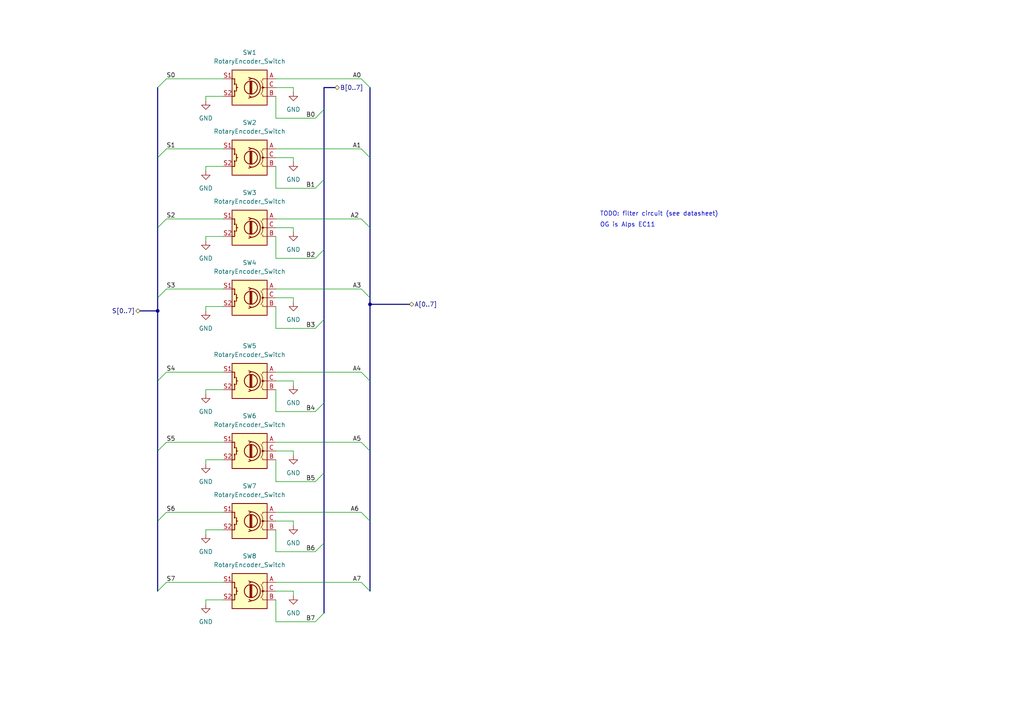
<source format=kicad_sch>
(kicad_sch (version 20230121) (generator eeschema)

  (uuid 5fad14e0-3203-4631-a00d-e3a995a2dc22)

  (paper "A4")

  (lib_symbols
    (symbol "Device:RotaryEncoder_Switch" (pin_names (offset 0.254) hide) (in_bom yes) (on_board yes)
      (property "Reference" "SW" (at 0 6.604 0)
        (effects (font (size 1.27 1.27)))
      )
      (property "Value" "RotaryEncoder_Switch" (at 0 -6.604 0)
        (effects (font (size 1.27 1.27)))
      )
      (property "Footprint" "" (at -3.81 4.064 0)
        (effects (font (size 1.27 1.27)) hide)
      )
      (property "Datasheet" "~" (at 0 6.604 0)
        (effects (font (size 1.27 1.27)) hide)
      )
      (property "ki_keywords" "rotary switch encoder switch push button" (at 0 0 0)
        (effects (font (size 1.27 1.27)) hide)
      )
      (property "ki_description" "Rotary encoder, dual channel, incremental quadrate outputs, with switch" (at 0 0 0)
        (effects (font (size 1.27 1.27)) hide)
      )
      (property "ki_fp_filters" "RotaryEncoder*Switch*" (at 0 0 0)
        (effects (font (size 1.27 1.27)) hide)
      )
      (symbol "RotaryEncoder_Switch_0_1"
        (rectangle (start -5.08 5.08) (end 5.08 -5.08)
          (stroke (width 0.254) (type default))
          (fill (type background))
        )
        (circle (center -3.81 0) (radius 0.254)
          (stroke (width 0) (type default))
          (fill (type outline))
        )
        (circle (center -0.381 0) (radius 1.905)
          (stroke (width 0.254) (type default))
          (fill (type none))
        )
        (arc (start -0.381 2.667) (mid -3.0988 -0.0635) (end -0.381 -2.794)
          (stroke (width 0.254) (type default))
          (fill (type none))
        )
        (polyline
          (pts
            (xy -0.635 -1.778)
            (xy -0.635 1.778)
          )
          (stroke (width 0.254) (type default))
          (fill (type none))
        )
        (polyline
          (pts
            (xy -0.381 -1.778)
            (xy -0.381 1.778)
          )
          (stroke (width 0.254) (type default))
          (fill (type none))
        )
        (polyline
          (pts
            (xy -0.127 1.778)
            (xy -0.127 -1.778)
          )
          (stroke (width 0.254) (type default))
          (fill (type none))
        )
        (polyline
          (pts
            (xy 3.81 0)
            (xy 3.429 0)
          )
          (stroke (width 0.254) (type default))
          (fill (type none))
        )
        (polyline
          (pts
            (xy 3.81 1.016)
            (xy 3.81 -1.016)
          )
          (stroke (width 0.254) (type default))
          (fill (type none))
        )
        (polyline
          (pts
            (xy -5.08 -2.54)
            (xy -3.81 -2.54)
            (xy -3.81 -2.032)
          )
          (stroke (width 0) (type default))
          (fill (type none))
        )
        (polyline
          (pts
            (xy -5.08 2.54)
            (xy -3.81 2.54)
            (xy -3.81 2.032)
          )
          (stroke (width 0) (type default))
          (fill (type none))
        )
        (polyline
          (pts
            (xy 0.254 -3.048)
            (xy -0.508 -2.794)
            (xy 0.127 -2.413)
          )
          (stroke (width 0.254) (type default))
          (fill (type none))
        )
        (polyline
          (pts
            (xy 0.254 2.921)
            (xy -0.508 2.667)
            (xy 0.127 2.286)
          )
          (stroke (width 0.254) (type default))
          (fill (type none))
        )
        (polyline
          (pts
            (xy 5.08 -2.54)
            (xy 4.318 -2.54)
            (xy 4.318 -1.016)
          )
          (stroke (width 0.254) (type default))
          (fill (type none))
        )
        (polyline
          (pts
            (xy 5.08 2.54)
            (xy 4.318 2.54)
            (xy 4.318 1.016)
          )
          (stroke (width 0.254) (type default))
          (fill (type none))
        )
        (polyline
          (pts
            (xy -5.08 0)
            (xy -3.81 0)
            (xy -3.81 -1.016)
            (xy -3.302 -2.032)
          )
          (stroke (width 0) (type default))
          (fill (type none))
        )
        (polyline
          (pts
            (xy -4.318 0)
            (xy -3.81 0)
            (xy -3.81 1.016)
            (xy -3.302 2.032)
          )
          (stroke (width 0) (type default))
          (fill (type none))
        )
        (circle (center 4.318 -1.016) (radius 0.127)
          (stroke (width 0.254) (type default))
          (fill (type none))
        )
        (circle (center 4.318 1.016) (radius 0.127)
          (stroke (width 0.254) (type default))
          (fill (type none))
        )
      )
      (symbol "RotaryEncoder_Switch_1_1"
        (pin passive line (at -7.62 2.54 0) (length 2.54)
          (name "A" (effects (font (size 1.27 1.27))))
          (number "A" (effects (font (size 1.27 1.27))))
        )
        (pin passive line (at -7.62 -2.54 0) (length 2.54)
          (name "B" (effects (font (size 1.27 1.27))))
          (number "B" (effects (font (size 1.27 1.27))))
        )
        (pin passive line (at -7.62 0 0) (length 2.54)
          (name "C" (effects (font (size 1.27 1.27))))
          (number "C" (effects (font (size 1.27 1.27))))
        )
        (pin passive line (at 7.62 2.54 180) (length 2.54)
          (name "S1" (effects (font (size 1.27 1.27))))
          (number "S1" (effects (font (size 1.27 1.27))))
        )
        (pin passive line (at 7.62 -2.54 180) (length 2.54)
          (name "S2" (effects (font (size 1.27 1.27))))
          (number "S2" (effects (font (size 1.27 1.27))))
        )
      )
    )
    (symbol "power:GND" (power) (pin_names (offset 0)) (in_bom yes) (on_board yes)
      (property "Reference" "#PWR" (at 0 -6.35 0)
        (effects (font (size 1.27 1.27)) hide)
      )
      (property "Value" "GND" (at 0 -3.81 0)
        (effects (font (size 1.27 1.27)))
      )
      (property "Footprint" "" (at 0 0 0)
        (effects (font (size 1.27 1.27)) hide)
      )
      (property "Datasheet" "" (at 0 0 0)
        (effects (font (size 1.27 1.27)) hide)
      )
      (property "ki_keywords" "global power" (at 0 0 0)
        (effects (font (size 1.27 1.27)) hide)
      )
      (property "ki_description" "Power symbol creates a global label with name \"GND\" , ground" (at 0 0 0)
        (effects (font (size 1.27 1.27)) hide)
      )
      (symbol "GND_0_1"
        (polyline
          (pts
            (xy 0 0)
            (xy 0 -1.27)
            (xy 1.27 -1.27)
            (xy 0 -2.54)
            (xy -1.27 -1.27)
            (xy 0 -1.27)
          )
          (stroke (width 0) (type default))
          (fill (type none))
        )
      )
      (symbol "GND_1_1"
        (pin power_in line (at 0 0 270) (length 0) hide
          (name "GND" (effects (font (size 1.27 1.27))))
          (number "1" (effects (font (size 1.27 1.27))))
        )
      )
    )
  )

  (junction (at 107.315 88.265) (diameter 0) (color 0 0 0 0)
    (uuid c80c39a9-22c3-459a-b517-e01646f12cb5)
  )
  (junction (at 45.72 90.17) (diameter 0) (color 0 0 0 0)
    (uuid f93df119-10e8-486c-aa2b-e95ff5b744be)
  )

  (bus_entry (at 48.26 43.18) (size -2.54 2.54)
    (stroke (width 0) (type default))
    (uuid 067b88ff-d901-4557-8a4a-83b8ba483dc4)
  )
  (bus_entry (at 45.72 86.36) (size 2.54 -2.54)
    (stroke (width 0) (type default))
    (uuid 0a7e3155-6b35-4f58-82e2-5ab4f54b341c)
  )
  (bus_entry (at 48.26 107.95) (size -2.54 2.54)
    (stroke (width 0) (type default))
    (uuid 16a8bc08-fba4-4f9a-a813-ab490a5848dd)
  )
  (bus_entry (at 104.775 128.27) (size 2.54 2.54)
    (stroke (width 0) (type default))
    (uuid 1ef3ba28-0e43-443d-8c0d-1304d7456729)
  )
  (bus_entry (at 48.26 148.59) (size -2.54 2.54)
    (stroke (width 0) (type default))
    (uuid 26f68c3e-ac29-4e62-957b-96a0b78e0d2d)
  )
  (bus_entry (at 93.98 177.8) (size -2.54 2.54)
    (stroke (width 0) (type default))
    (uuid 2a879e3f-caa7-4958-8e4d-0cd026b5ecac)
  )
  (bus_entry (at 104.775 107.95) (size 2.54 2.54)
    (stroke (width 0) (type default))
    (uuid 30101b31-51f4-4d34-854a-13cc7c2df94d)
  )
  (bus_entry (at 91.44 160.02) (size 2.54 -2.54)
    (stroke (width 0) (type default))
    (uuid 3878ad47-ce95-4363-926b-d6246e15def5)
  )
  (bus_entry (at 48.26 128.27) (size -2.54 2.54)
    (stroke (width 0) (type default))
    (uuid 41d19b39-de4b-4089-be8d-12c8d8ae222c)
  )
  (bus_entry (at 91.44 54.61) (size 2.54 -2.54)
    (stroke (width 0) (type default))
    (uuid 509ad71e-9803-4a32-882e-695828ad1d3c)
  )
  (bus_entry (at 104.775 63.5) (size 2.54 2.54)
    (stroke (width 0) (type default))
    (uuid 52f5904a-9dff-4885-9a9a-8a16b3d2869d)
  )
  (bus_entry (at 91.44 74.93) (size 2.54 -2.54)
    (stroke (width 0) (type default))
    (uuid 5be55d7b-aab5-4b7a-a7ba-67100dc60e69)
  )
  (bus_entry (at 91.44 119.38) (size 2.54 -2.54)
    (stroke (width 0) (type default))
    (uuid 62b72f0c-c8e1-4fe3-8fc9-92effa881dc3)
  )
  (bus_entry (at 45.72 171.45) (size 2.54 -2.54)
    (stroke (width 0) (type default))
    (uuid 75ba75aa-f4f9-41db-8c3a-1804f836bae6)
  )
  (bus_entry (at 91.44 139.7) (size 2.54 -2.54)
    (stroke (width 0) (type default))
    (uuid 8d9359aa-56ee-4961-ac7b-856bae30cc6c)
  )
  (bus_entry (at 93.98 92.71) (size -2.54 2.54)
    (stroke (width 0) (type default))
    (uuid 8ff0bdc7-68e1-4832-ad8d-d00bab7b40ac)
  )
  (bus_entry (at 104.775 22.86) (size 2.54 2.54)
    (stroke (width 0) (type default))
    (uuid a9eb04ec-6478-4e02-a53f-ead7b2fef9f4)
  )
  (bus_entry (at 91.44 34.29) (size 2.54 -2.54)
    (stroke (width 0) (type default))
    (uuid b8d77a14-ad70-4578-a2e9-a931e558af86)
  )
  (bus_entry (at 104.775 43.18) (size 2.54 2.54)
    (stroke (width 0) (type default))
    (uuid ba96127e-5076-412e-b47c-237e69633771)
  )
  (bus_entry (at 104.775 83.82) (size 2.54 2.54)
    (stroke (width 0) (type default))
    (uuid bd0c61ab-15c1-4434-a102-e1bc02d25fee)
  )
  (bus_entry (at 104.775 148.59) (size 2.54 2.54)
    (stroke (width 0) (type default))
    (uuid d6ffbafe-960b-4277-b276-4000a545aa07)
  )
  (bus_entry (at 104.775 168.91) (size 2.54 2.54)
    (stroke (width 0) (type default))
    (uuid d8181f32-27e0-4b36-be35-eeb9e86d0505)
  )
  (bus_entry (at 48.26 63.5) (size -2.54 2.54)
    (stroke (width 0) (type default))
    (uuid ec1ced49-34b2-4f9d-a30e-c80a58667ad0)
  )
  (bus_entry (at 48.26 22.86) (size -2.54 2.54)
    (stroke (width 0) (type default))
    (uuid f61266be-7231-4eaa-9219-fcba9bcadfc7)
  )

  (bus (pts (xy 93.98 116.84) (xy 93.98 137.16))
    (stroke (width 0) (type default))
    (uuid 01767771-67bc-44d4-9ff3-05d8cf561cf3)
  )

  (wire (pts (xy 80.01 160.02) (xy 80.01 153.67))
    (stroke (width 0) (type default))
    (uuid 036d42c7-984b-47a4-832e-de6222ab289e)
  )
  (bus (pts (xy 93.98 137.16) (xy 93.98 157.48))
    (stroke (width 0) (type default))
    (uuid 07fedbfc-1509-4bbe-8429-caaba83d76ac)
  )
  (bus (pts (xy 93.98 157.48) (xy 93.98 177.8))
    (stroke (width 0) (type default))
    (uuid 0813b53f-132b-48bd-a9f3-0d07b24e6b57)
  )
  (bus (pts (xy 45.72 90.17) (xy 40.64 90.17))
    (stroke (width 0) (type default))
    (uuid 09b269ba-d2fc-4cc4-b3ef-2d2834276d06)
  )

  (wire (pts (xy 85.09 130.81) (xy 85.09 132.08))
    (stroke (width 0) (type default))
    (uuid 156f3e14-36ea-4381-b8ad-212ca902b2aa)
  )
  (bus (pts (xy 107.315 66.04) (xy 107.315 86.36))
    (stroke (width 0) (type default))
    (uuid 1dc8bc0e-54d2-4b1e-8364-d104462f6f87)
  )
  (bus (pts (xy 93.98 52.07) (xy 93.98 72.39))
    (stroke (width 0) (type default))
    (uuid 233c2a2f-c428-4942-ac65-0d5de489958f)
  )

  (wire (pts (xy 80.01 130.81) (xy 85.09 130.81))
    (stroke (width 0) (type default))
    (uuid 28ca306c-0554-4b60-84a4-753dbe5882a8)
  )
  (bus (pts (xy 107.315 86.36) (xy 107.315 88.265))
    (stroke (width 0) (type default))
    (uuid 293119bf-0a58-456a-b180-0c1349e25b46)
  )

  (wire (pts (xy 59.69 113.03) (xy 59.69 114.3))
    (stroke (width 0) (type default))
    (uuid 2d0884be-cd3b-4074-ab34-8ddbd4af47e3)
  )
  (wire (pts (xy 80.01 139.7) (xy 80.01 133.35))
    (stroke (width 0) (type default))
    (uuid 2e9e6585-320b-4a6d-bb04-889d366c6ad4)
  )
  (wire (pts (xy 80.01 54.61) (xy 80.01 48.26))
    (stroke (width 0) (type default))
    (uuid 2f56b183-65f9-43f3-b18a-f217579500fb)
  )
  (wire (pts (xy 59.69 69.85) (xy 59.69 68.58))
    (stroke (width 0) (type default))
    (uuid 32b713b8-8a92-4368-b67a-81ba6efc33b0)
  )
  (wire (pts (xy 80.01 74.93) (xy 80.01 68.58))
    (stroke (width 0) (type default))
    (uuid 36aaa171-0347-4137-a441-040fa0677d60)
  )
  (wire (pts (xy 48.26 43.18) (xy 64.77 43.18))
    (stroke (width 0) (type default))
    (uuid 379455ec-daed-4e46-9813-0d1c2a8738ee)
  )
  (wire (pts (xy 80.01 54.61) (xy 91.44 54.61))
    (stroke (width 0) (type default))
    (uuid 3b73ca34-ff7d-4a5a-88e5-e164e76c7617)
  )
  (wire (pts (xy 80.01 110.49) (xy 85.09 110.49))
    (stroke (width 0) (type default))
    (uuid 3cfc3664-4ea1-4e73-9444-cc03e39ba78f)
  )
  (wire (pts (xy 80.01 88.9) (xy 80.01 95.25))
    (stroke (width 0) (type default))
    (uuid 3d6d9e7d-cdc0-41f8-a9a2-51a6f59e65ac)
  )
  (wire (pts (xy 80.01 180.34) (xy 91.44 180.34))
    (stroke (width 0) (type default))
    (uuid 3d87ad72-db9c-4245-b5b3-ae25fe992365)
  )
  (bus (pts (xy 97.155 25.4) (xy 93.98 25.4))
    (stroke (width 0) (type default))
    (uuid 415ea8f4-a91c-4c15-ba35-6478480c40f5)
  )

  (wire (pts (xy 85.09 67.31) (xy 85.09 66.04))
    (stroke (width 0) (type default))
    (uuid 425314b7-84c1-4643-8b79-e05366fd9652)
  )
  (wire (pts (xy 80.01 119.38) (xy 80.01 113.03))
    (stroke (width 0) (type default))
    (uuid 443dd648-8353-413e-8129-cb1d6ab5cd95)
  )
  (wire (pts (xy 85.09 66.04) (xy 80.01 66.04))
    (stroke (width 0) (type default))
    (uuid 47dd6078-27bd-4137-aa1a-73aa68b4c23f)
  )
  (wire (pts (xy 80.01 34.29) (xy 80.01 27.94))
    (stroke (width 0) (type default))
    (uuid 4909fa3f-c6f5-4a0d-b9ae-69f73f4bbb5f)
  )
  (wire (pts (xy 48.26 22.86) (xy 64.77 22.86))
    (stroke (width 0) (type default))
    (uuid 4937c94d-e143-4344-875d-b9ccf6117af4)
  )
  (bus (pts (xy 107.315 88.265) (xy 107.315 110.49))
    (stroke (width 0) (type default))
    (uuid 4b6c89e9-6d5b-4c37-8b0b-9b11a8e2736b)
  )

  (wire (pts (xy 85.09 86.36) (xy 80.01 86.36))
    (stroke (width 0) (type default))
    (uuid 4b7ed0dd-0ba6-47be-a526-48c3c3c22d37)
  )
  (bus (pts (xy 45.72 151.13) (xy 45.72 171.45))
    (stroke (width 0) (type default))
    (uuid 4c91151d-5db5-4693-b468-819e5458a9a5)
  )

  (wire (pts (xy 85.09 87.63) (xy 85.09 86.36))
    (stroke (width 0) (type default))
    (uuid 4c925e15-af23-4ec7-9f0d-395a18241be9)
  )
  (wire (pts (xy 85.09 152.4) (xy 85.09 151.13))
    (stroke (width 0) (type default))
    (uuid 511efa3c-3e97-433f-8684-cb2e00d39184)
  )
  (wire (pts (xy 80.01 22.86) (xy 104.775 22.86))
    (stroke (width 0) (type default))
    (uuid 52b2b604-f381-45c9-864a-da74749c0546)
  )
  (wire (pts (xy 59.69 68.58) (xy 64.77 68.58))
    (stroke (width 0) (type default))
    (uuid 53a64077-4d39-4f5e-a42a-316256b1331f)
  )
  (bus (pts (xy 45.72 110.49) (xy 45.72 130.81))
    (stroke (width 0) (type default))
    (uuid 55211ea0-53d9-49f1-ad2c-2d32d7474974)
  )

  (wire (pts (xy 85.09 110.49) (xy 85.09 111.76))
    (stroke (width 0) (type default))
    (uuid 598897e6-e32c-49e6-946a-d1f8247e1878)
  )
  (wire (pts (xy 80.01 180.34) (xy 80.01 173.99))
    (stroke (width 0) (type default))
    (uuid 5a0de997-8650-49e2-b661-0261e1f159e1)
  )
  (bus (pts (xy 93.98 92.71) (xy 93.98 116.84))
    (stroke (width 0) (type default))
    (uuid 5aff50d9-468f-408c-b59a-37f5d963b61b)
  )
  (bus (pts (xy 107.315 25.4) (xy 107.315 45.72))
    (stroke (width 0) (type default))
    (uuid 5bed0aa6-a9d6-4c3d-8caf-37655cf5828c)
  )

  (wire (pts (xy 48.26 168.91) (xy 64.77 168.91))
    (stroke (width 0) (type default))
    (uuid 5c0e9153-6bb5-4c15-bf4c-f2781a51173b)
  )
  (wire (pts (xy 48.26 148.59) (xy 64.77 148.59))
    (stroke (width 0) (type default))
    (uuid 611004ad-4036-482a-8879-7061197cfb48)
  )
  (wire (pts (xy 59.69 173.99) (xy 64.77 173.99))
    (stroke (width 0) (type default))
    (uuid 68d4fa86-bae8-4a80-a4c8-f64934af9ce0)
  )
  (wire (pts (xy 80.01 34.29) (xy 91.44 34.29))
    (stroke (width 0) (type default))
    (uuid 7450da28-01c1-4636-a8e7-5fa8953249f4)
  )
  (wire (pts (xy 59.69 133.35) (xy 59.69 134.62))
    (stroke (width 0) (type default))
    (uuid 75c03594-3271-4a42-8c15-47ae1b032866)
  )
  (bus (pts (xy 107.315 130.81) (xy 107.315 151.13))
    (stroke (width 0) (type default))
    (uuid 76b71f9a-1a4c-486a-85ce-c631d4ba04c2)
  )

  (wire (pts (xy 80.01 128.27) (xy 104.775 128.27))
    (stroke (width 0) (type default))
    (uuid 788d2141-ad9e-4ef7-8845-1c77e30a6175)
  )
  (bus (pts (xy 93.98 72.39) (xy 93.98 92.71))
    (stroke (width 0) (type default))
    (uuid 7d6cb489-2095-4cb1-8157-0e2f24bf7a1b)
  )
  (bus (pts (xy 45.72 45.72) (xy 45.72 66.04))
    (stroke (width 0) (type default))
    (uuid 8552d15d-4b1a-47b0-bf91-228862263ef6)
  )

  (wire (pts (xy 48.26 83.82) (xy 64.77 83.82))
    (stroke (width 0) (type default))
    (uuid 8905316d-f99c-49c1-8042-2a2a8fed13ab)
  )
  (bus (pts (xy 45.72 86.36) (xy 45.72 90.17))
    (stroke (width 0) (type default))
    (uuid 8cf7f8e6-3fe0-4816-9a8e-753ef09a50aa)
  )

  (wire (pts (xy 64.77 133.35) (xy 59.69 133.35))
    (stroke (width 0) (type default))
    (uuid 8d4a4df1-740b-45f6-9ebf-deb56a1dba90)
  )
  (bus (pts (xy 107.315 45.72) (xy 107.315 66.04))
    (stroke (width 0) (type default))
    (uuid 8fb60d91-0d9c-40e5-a633-06f1b4e566a1)
  )
  (bus (pts (xy 45.72 25.4) (xy 45.72 45.72))
    (stroke (width 0) (type default))
    (uuid 92f524d8-fe2f-4fdf-9338-da69615e5209)
  )

  (wire (pts (xy 64.77 27.94) (xy 59.69 27.94))
    (stroke (width 0) (type default))
    (uuid 9543962c-7ab2-4baf-835e-467c9b0556f0)
  )
  (wire (pts (xy 59.69 88.9) (xy 64.77 88.9))
    (stroke (width 0) (type default))
    (uuid 9a34210e-c201-4da6-8a40-884dce88af5a)
  )
  (wire (pts (xy 80.01 63.5) (xy 104.775 63.5))
    (stroke (width 0) (type default))
    (uuid 9ee72f87-e7a0-4737-ac02-74b66fe7c354)
  )
  (wire (pts (xy 80.01 139.7) (xy 91.44 139.7))
    (stroke (width 0) (type default))
    (uuid a244c418-01e9-49f7-a052-9f7a80ec5d1b)
  )
  (bus (pts (xy 107.315 151.13) (xy 107.315 171.45))
    (stroke (width 0) (type default))
    (uuid a4d69f15-3a6f-483e-85c2-e3f9f5ef2717)
  )
  (bus (pts (xy 107.315 110.49) (xy 107.315 130.81))
    (stroke (width 0) (type default))
    (uuid aa0afc7f-f9e9-41ab-ace2-a785dfab0c05)
  )
  (bus (pts (xy 45.72 90.17) (xy 45.72 110.49))
    (stroke (width 0) (type default))
    (uuid abf55858-a708-4925-b598-b2dae9c30bd5)
  )

  (wire (pts (xy 59.69 153.67) (xy 64.77 153.67))
    (stroke (width 0) (type default))
    (uuid b3de567e-c26d-4209-b825-ede4bd009517)
  )
  (wire (pts (xy 80.01 107.95) (xy 104.775 107.95))
    (stroke (width 0) (type default))
    (uuid b5bd095f-c63b-4a71-927e-256ebfd518e3)
  )
  (bus (pts (xy 45.72 130.81) (xy 45.72 151.13))
    (stroke (width 0) (type default))
    (uuid b6cad976-8616-429b-9291-07b36299dff4)
  )

  (wire (pts (xy 85.09 25.4) (xy 85.09 26.67))
    (stroke (width 0) (type default))
    (uuid b88d7f79-0c64-40f5-a351-adaea5e8906b)
  )
  (wire (pts (xy 59.69 48.26) (xy 59.69 49.53))
    (stroke (width 0) (type default))
    (uuid ba52d113-f46a-4bf5-a7c8-d6376eb90687)
  )
  (wire (pts (xy 80.01 168.91) (xy 104.775 168.91))
    (stroke (width 0) (type default))
    (uuid c031ef9d-2eab-4f6c-ba62-b055a330f8a9)
  )
  (wire (pts (xy 85.09 151.13) (xy 80.01 151.13))
    (stroke (width 0) (type default))
    (uuid c0a48d4e-c11f-4080-a72c-e9986795e8a6)
  )
  (wire (pts (xy 80.01 43.18) (xy 104.775 43.18))
    (stroke (width 0) (type default))
    (uuid c2939ae0-77ca-4bd3-8016-3a54632684f9)
  )
  (wire (pts (xy 48.26 128.27) (xy 64.77 128.27))
    (stroke (width 0) (type default))
    (uuid c6f2cf78-51ae-4ce0-8cad-84e8fc2df176)
  )
  (wire (pts (xy 85.09 172.72) (xy 85.09 171.45))
    (stroke (width 0) (type default))
    (uuid ca244111-c0e4-42e2-959b-ec4fe6d4578c)
  )
  (wire (pts (xy 80.01 45.72) (xy 85.09 45.72))
    (stroke (width 0) (type default))
    (uuid cdd0984a-4daa-4ee5-bf3c-2ad5a5c26b06)
  )
  (wire (pts (xy 85.09 45.72) (xy 85.09 46.99))
    (stroke (width 0) (type default))
    (uuid d1b24100-85a5-4115-adad-22453f0641dd)
  )
  (bus (pts (xy 45.72 66.04) (xy 45.72 86.36))
    (stroke (width 0) (type default))
    (uuid d47d2cdf-ee19-42a8-a819-7be567c6630d)
  )

  (wire (pts (xy 80.01 95.25) (xy 91.44 95.25))
    (stroke (width 0) (type default))
    (uuid d8dbc606-41ea-4927-bb58-62d88860d871)
  )
  (wire (pts (xy 59.69 154.94) (xy 59.69 153.67))
    (stroke (width 0) (type default))
    (uuid d97e4416-92db-41b2-b2a7-5ee65db5b361)
  )
  (wire (pts (xy 80.01 25.4) (xy 85.09 25.4))
    (stroke (width 0) (type default))
    (uuid e01eb38c-faa6-4d5b-a9f3-908afff32679)
  )
  (wire (pts (xy 64.77 113.03) (xy 59.69 113.03))
    (stroke (width 0) (type default))
    (uuid e25c92c2-4f0a-4949-b2f7-dfb1c4d7cd18)
  )
  (wire (pts (xy 80.01 160.02) (xy 91.44 160.02))
    (stroke (width 0) (type default))
    (uuid e62f11c7-9048-493f-9478-03294133aca5)
  )
  (wire (pts (xy 85.09 171.45) (xy 80.01 171.45))
    (stroke (width 0) (type default))
    (uuid e73403fa-d68a-490d-867f-ef3d4eaac19f)
  )
  (bus (pts (xy 107.315 88.265) (xy 118.745 88.265))
    (stroke (width 0) (type default))
    (uuid e7771318-829b-4f78-9747-d0fafacdac0f)
  )

  (wire (pts (xy 48.26 63.5) (xy 64.77 63.5))
    (stroke (width 0) (type default))
    (uuid ec9bf02f-1f97-418f-b4a4-b849f94e9dce)
  )
  (bus (pts (xy 93.98 25.4) (xy 93.98 31.75))
    (stroke (width 0) (type default))
    (uuid ec9ceb57-2f68-448c-953e-2b5eee89bef8)
  )

  (wire (pts (xy 80.01 83.82) (xy 104.775 83.82))
    (stroke (width 0) (type default))
    (uuid ecc8a0f1-888b-4a1e-a050-6f5e0dcf0e64)
  )
  (wire (pts (xy 64.77 48.26) (xy 59.69 48.26))
    (stroke (width 0) (type default))
    (uuid eea3f0c3-efa8-4aae-a631-807344490367)
  )
  (wire (pts (xy 80.01 119.38) (xy 91.44 119.38))
    (stroke (width 0) (type default))
    (uuid eef63519-2cfa-45eb-8618-69e983efe05a)
  )
  (wire (pts (xy 59.69 27.94) (xy 59.69 29.21))
    (stroke (width 0) (type default))
    (uuid ef811608-1f2b-4572-9ea9-ef4e84d66872)
  )
  (wire (pts (xy 59.69 175.26) (xy 59.69 173.99))
    (stroke (width 0) (type default))
    (uuid f0e359d2-cc37-4bdd-80ba-450a5b55c263)
  )
  (wire (pts (xy 80.01 74.93) (xy 91.44 74.93))
    (stroke (width 0) (type default))
    (uuid f5ff11c5-fae5-42b9-87c2-ba1c99faea1f)
  )
  (bus (pts (xy 93.98 31.75) (xy 93.98 52.07))
    (stroke (width 0) (type default))
    (uuid f66d7795-8105-4cd2-951f-bab2646849b8)
  )

  (wire (pts (xy 80.01 148.59) (xy 104.775 148.59))
    (stroke (width 0) (type default))
    (uuid fc078321-c802-4574-a150-f24eb380ce71)
  )
  (wire (pts (xy 59.69 90.17) (xy 59.69 88.9))
    (stroke (width 0) (type default))
    (uuid fc0eaa9e-d048-477b-af5e-883eeb147334)
  )
  (wire (pts (xy 48.26 107.95) (xy 64.77 107.95))
    (stroke (width 0) (type default))
    (uuid fecbf398-594d-4ce9-8939-9a8aeb69aadc)
  )

  (text "OG is Alps EC11" (at 173.99 66.04 0)
    (effects (font (size 1.27 1.27)) (justify left bottom))
    (uuid 56b6b4fd-4c9a-4b28-b8d0-169fb0cbc8e7)
  )
  (text "TODO: filter circuit (see datasheet)" (at 173.99 62.865 0)
    (effects (font (size 1.27 1.27)) (justify left bottom))
    (uuid d537c2c8-b92b-4d89-b457-e1d05b4938b8)
  )

  (label "S0" (at 48.26 22.86 0) (fields_autoplaced)
    (effects (font (size 1.27 1.27)) (justify left bottom))
    (uuid 07760914-1ffb-4228-84a7-95b9f7350856)
  )
  (label "B7" (at 91.44 180.34 180) (fields_autoplaced)
    (effects (font (size 1.27 1.27)) (justify right bottom))
    (uuid 1304b191-5e65-4509-a1bc-84f21575b23f)
  )
  (label "A5" (at 104.775 128.27 180) (fields_autoplaced)
    (effects (font (size 1.27 1.27)) (justify right bottom))
    (uuid 1e0fa5c5-dc6e-44ac-acfb-b9b13c9bcd84)
  )
  (label "A0" (at 104.775 22.86 180) (fields_autoplaced)
    (effects (font (size 1.27 1.27)) (justify right bottom))
    (uuid 1fce5de0-8c26-43f3-8bf4-7844252ab379)
  )
  (label "B5" (at 91.44 139.7 180) (fields_autoplaced)
    (effects (font (size 1.27 1.27)) (justify right bottom))
    (uuid 26ad1874-b0fc-44be-ad3a-6cb1b7363ec1)
  )
  (label "A4" (at 104.775 107.95 180) (fields_autoplaced)
    (effects (font (size 1.27 1.27)) (justify right bottom))
    (uuid 4ac60c1f-ea72-4cc0-aea8-3a21c9615b0b)
  )
  (label "A7" (at 104.775 168.91 180) (fields_autoplaced)
    (effects (font (size 1.27 1.27)) (justify right bottom))
    (uuid 4dfda1e7-c070-4e73-8f22-8634928a8fd4)
  )
  (label "S6" (at 48.26 148.59 0) (fields_autoplaced)
    (effects (font (size 1.27 1.27)) (justify left bottom))
    (uuid 5903f33b-9126-410e-8f8d-e453898f1297)
  )
  (label "S5" (at 48.26 128.27 0) (fields_autoplaced)
    (effects (font (size 1.27 1.27)) (justify left bottom))
    (uuid 5b1d7572-7421-4231-92e2-b9b09862888b)
  )
  (label "B6" (at 91.44 160.02 180) (fields_autoplaced)
    (effects (font (size 1.27 1.27)) (justify right bottom))
    (uuid 5bdc346d-1b12-47a0-967d-f4078ac8a8bd)
  )
  (label "B3" (at 91.44 95.25 180) (fields_autoplaced)
    (effects (font (size 1.27 1.27)) (justify right bottom))
    (uuid 670196a3-1bfb-454c-82f2-7b6c52c416bd)
  )
  (label "S1" (at 48.26 43.18 0) (fields_autoplaced)
    (effects (font (size 1.27 1.27)) (justify left bottom))
    (uuid 74c8ac21-7f43-458c-b8a9-4d647a3646de)
  )
  (label "S7" (at 48.26 168.91 0) (fields_autoplaced)
    (effects (font (size 1.27 1.27)) (justify left bottom))
    (uuid 76031604-8ab8-4da9-8c38-fff3ff4e0593)
  )
  (label "B0" (at 91.44 34.29 180) (fields_autoplaced)
    (effects (font (size 1.27 1.27)) (justify right bottom))
    (uuid 78437ee1-e29a-4c40-8978-cf216023cd87)
  )
  (label "B1" (at 91.44 54.61 180) (fields_autoplaced)
    (effects (font (size 1.27 1.27)) (justify right bottom))
    (uuid a4fceab1-2456-47e5-bd78-394e110ee891)
  )
  (label "B4" (at 91.44 119.38 180) (fields_autoplaced)
    (effects (font (size 1.27 1.27)) (justify right bottom))
    (uuid aa0b34f7-3d6a-462c-a96b-29fb595efe49)
  )
  (label "A1" (at 104.775 43.18 180) (fields_autoplaced)
    (effects (font (size 1.27 1.27)) (justify right bottom))
    (uuid ac335065-67f2-4bbb-a448-2f7a9142a23e)
  )
  (label "S4" (at 48.26 107.95 0) (fields_autoplaced)
    (effects (font (size 1.27 1.27)) (justify left bottom))
    (uuid daac92cc-cacc-4bba-893e-30dad97ac438)
  )
  (label "S3" (at 48.26 83.82 0) (fields_autoplaced)
    (effects (font (size 1.27 1.27)) (justify left bottom))
    (uuid e1efaa95-4eeb-4c3b-9750-30214b92f3f4)
  )
  (label "A3" (at 104.775 83.82 180) (fields_autoplaced)
    (effects (font (size 1.27 1.27)) (justify right bottom))
    (uuid e4d7e7af-5978-4a48-8779-64abeaacd8fc)
  )
  (label "S2" (at 48.26 63.5 0) (fields_autoplaced)
    (effects (font (size 1.27 1.27)) (justify left bottom))
    (uuid e9aad2b1-6eb9-46fb-bc5d-e27312eef411)
  )
  (label "B2" (at 91.44 74.93 180) (fields_autoplaced)
    (effects (font (size 1.27 1.27)) (justify right bottom))
    (uuid e9ef0e97-d9e7-4abf-8ab6-92115546c540)
  )
  (label "A2" (at 104.14 63.5 180) (fields_autoplaced)
    (effects (font (size 1.27 1.27)) (justify right bottom))
    (uuid f63f4cb2-fac0-4d50-939e-8c54390dd43b)
  )
  (label "A6" (at 104.14 148.59 180) (fields_autoplaced)
    (effects (font (size 1.27 1.27)) (justify right bottom))
    (uuid fd24554d-01b8-4c00-986c-47b24e6b9998)
  )

  (hierarchical_label "B[0..7]" (shape bidirectional) (at 97.155 25.4 0) (fields_autoplaced)
    (effects (font (size 1.27 1.27)) (justify left))
    (uuid 76ce471b-c1f6-4730-bfa5-800048be43bb)
  )
  (hierarchical_label "S[0..7]" (shape bidirectional) (at 40.64 90.17 180) (fields_autoplaced)
    (effects (font (size 1.27 1.27)) (justify right))
    (uuid a2f9d455-56fb-48be-970a-e964f2298359)
  )
  (hierarchical_label "A[0..7]" (shape bidirectional) (at 118.745 88.265 0) (fields_autoplaced)
    (effects (font (size 1.27 1.27)) (justify left))
    (uuid aa8b7cf3-3409-4092-b887-0e2bff9c19a6)
  )

  (symbol (lib_id "power:GND") (at 59.69 175.26 0) (unit 1)
    (in_bom yes) (on_board yes) (dnp no) (fields_autoplaced)
    (uuid 1ceaaa06-e755-4130-b6cd-dbf7e9306562)
    (property "Reference" "#PWR029" (at 59.69 181.61 0)
      (effects (font (size 1.27 1.27)) hide)
    )
    (property "Value" "GND" (at 59.69 180.34 0)
      (effects (font (size 1.27 1.27)))
    )
    (property "Footprint" "" (at 59.69 175.26 0)
      (effects (font (size 1.27 1.27)) hide)
    )
    (property "Datasheet" "" (at 59.69 175.26 0)
      (effects (font (size 1.27 1.27)) hide)
    )
    (pin "1" (uuid 3e837865-7140-4613-ac4a-a6703501a34c))
    (instances
      (project "dlev-mini"
        (path "/eb5e8bfd-9871-4528-bf57-58851bf63907/a7ad5bc5-58e2-407c-aeb8-75270556c3dc"
          (reference "#PWR029") (unit 1)
        )
      )
    )
  )

  (symbol (lib_id "Device:RotaryEncoder_Switch") (at 72.39 66.04 0) (mirror y) (unit 1)
    (in_bom yes) (on_board yes) (dnp no) (fields_autoplaced)
    (uuid 236e89ed-08a7-4675-92fb-7229356aa4f8)
    (property "Reference" "SW3" (at 72.39 55.88 0)
      (effects (font (size 1.27 1.27)))
    )
    (property "Value" "RotaryEncoder_Switch" (at 72.39 58.42 0)
      (effects (font (size 1.27 1.27)))
    )
    (property "Footprint" "d-lev:PEC11S9215FS0015" (at 76.2 61.976 0)
      (effects (font (size 1.27 1.27)) hide)
    )
    (property "Datasheet" "https://www.mouser.com/datasheet/2/54/pec11s-953234.pdf" (at 72.39 59.436 0)
      (effects (font (size 1.27 1.27)) hide)
    )
    (pin "A" (uuid 256d4c10-f9be-45c6-a873-f7aaf60214c5))
    (pin "B" (uuid 40ffc7de-0613-4828-89b5-f4bfa0400205))
    (pin "C" (uuid 1fe70871-7e69-40a8-a0cc-4ee71a3d3f1c))
    (pin "S1" (uuid a52df25b-bd63-4ea0-a2c6-f5918d36fca3))
    (pin "S2" (uuid 3c8d436c-616a-4db5-9bec-076e5d2a7941))
    (instances
      (project "dlev-mini"
        (path "/eb5e8bfd-9871-4528-bf57-58851bf63907/a7ad5bc5-58e2-407c-aeb8-75270556c3dc"
          (reference "SW3") (unit 1)
        )
      )
    )
  )

  (symbol (lib_id "power:GND") (at 59.69 154.94 0) (unit 1)
    (in_bom yes) (on_board yes) (dnp no) (fields_autoplaced)
    (uuid 2460afa0-034f-4b6f-aab9-4b656271eb20)
    (property "Reference" "#PWR028" (at 59.69 161.29 0)
      (effects (font (size 1.27 1.27)) hide)
    )
    (property "Value" "GND" (at 59.69 160.02 0)
      (effects (font (size 1.27 1.27)))
    )
    (property "Footprint" "" (at 59.69 154.94 0)
      (effects (font (size 1.27 1.27)) hide)
    )
    (property "Datasheet" "" (at 59.69 154.94 0)
      (effects (font (size 1.27 1.27)) hide)
    )
    (pin "1" (uuid 0785342e-d6d6-4820-ba78-a1463e267b6c))
    (instances
      (project "dlev-mini"
        (path "/eb5e8bfd-9871-4528-bf57-58851bf63907/a7ad5bc5-58e2-407c-aeb8-75270556c3dc"
          (reference "#PWR028") (unit 1)
        )
      )
    )
  )

  (symbol (lib_id "power:GND") (at 85.09 87.63 0) (mirror y) (unit 1)
    (in_bom yes) (on_board yes) (dnp no) (fields_autoplaced)
    (uuid 276629af-0bdd-48a6-9d4a-9f8e778188f3)
    (property "Reference" "#PWR033" (at 85.09 93.98 0)
      (effects (font (size 1.27 1.27)) hide)
    )
    (property "Value" "GND" (at 85.09 92.71 0)
      (effects (font (size 1.27 1.27)))
    )
    (property "Footprint" "" (at 85.09 87.63 0)
      (effects (font (size 1.27 1.27)) hide)
    )
    (property "Datasheet" "" (at 85.09 87.63 0)
      (effects (font (size 1.27 1.27)) hide)
    )
    (pin "1" (uuid c137d117-e9b7-484b-99d6-a661f8d82008))
    (instances
      (project "dlev-mini"
        (path "/eb5e8bfd-9871-4528-bf57-58851bf63907/a7ad5bc5-58e2-407c-aeb8-75270556c3dc"
          (reference "#PWR033") (unit 1)
        )
      )
    )
  )

  (symbol (lib_id "Device:RotaryEncoder_Switch") (at 72.39 110.49 0) (mirror y) (unit 1)
    (in_bom yes) (on_board yes) (dnp no) (fields_autoplaced)
    (uuid 2db3e631-6107-49b2-bca4-aaf2d3d9a127)
    (property "Reference" "SW5" (at 72.39 100.33 0)
      (effects (font (size 1.27 1.27)))
    )
    (property "Value" "RotaryEncoder_Switch" (at 72.39 102.87 0)
      (effects (font (size 1.27 1.27)))
    )
    (property "Footprint" "d-lev:PEC11S9215FS0015" (at 76.2 106.426 0)
      (effects (font (size 1.27 1.27)) hide)
    )
    (property "Datasheet" "https://www.mouser.com/datasheet/2/54/pec11s-953234.pdf" (at 72.39 103.886 0)
      (effects (font (size 1.27 1.27)) hide)
    )
    (pin "A" (uuid e0c6a29a-42ee-42d2-89dd-ce9ef716fc83))
    (pin "B" (uuid 2ed31275-cf12-4193-99eb-f7be235b9eaa))
    (pin "C" (uuid 2d98d4a9-f589-4cf4-9bb4-42eefaf69882))
    (pin "S1" (uuid 703c4b7c-a095-4ed0-a955-f72d08c0186d))
    (pin "S2" (uuid 1345a8de-e05e-4683-849f-39036b5b7fdf))
    (instances
      (project "dlev-mini"
        (path "/eb5e8bfd-9871-4528-bf57-58851bf63907/a7ad5bc5-58e2-407c-aeb8-75270556c3dc"
          (reference "SW5") (unit 1)
        )
      )
    )
  )

  (symbol (lib_id "Device:RotaryEncoder_Switch") (at 72.39 45.72 0) (mirror y) (unit 1)
    (in_bom yes) (on_board yes) (dnp no) (fields_autoplaced)
    (uuid 3c54dd73-85d3-4969-a559-3e568a6111a6)
    (property "Reference" "SW2" (at 72.39 35.56 0)
      (effects (font (size 1.27 1.27)))
    )
    (property "Value" "RotaryEncoder_Switch" (at 72.39 38.1 0)
      (effects (font (size 1.27 1.27)))
    )
    (property "Footprint" "d-lev:PEC11S9215FS0015" (at 76.2 41.656 0)
      (effects (font (size 1.27 1.27)) hide)
    )
    (property "Datasheet" "https://www.mouser.com/datasheet/2/54/pec11s-953234.pdf" (at 72.39 39.116 0)
      (effects (font (size 1.27 1.27)) hide)
    )
    (pin "A" (uuid 83d4227c-7a81-4cf4-9e4d-39e3697e3f94))
    (pin "B" (uuid 1f42708d-5712-45c9-aff6-6fe6ebc884bd))
    (pin "C" (uuid 43c6c5f6-49ad-4950-89d6-8492806f1c55))
    (pin "S1" (uuid 26b4b275-efd2-4d76-9772-135098800397))
    (pin "S2" (uuid b9a05725-4c17-4c20-be29-6e32725475da))
    (instances
      (project "dlev-mini"
        (path "/eb5e8bfd-9871-4528-bf57-58851bf63907/a7ad5bc5-58e2-407c-aeb8-75270556c3dc"
          (reference "SW2") (unit 1)
        )
      )
    )
  )

  (symbol (lib_id "power:GND") (at 59.69 69.85 0) (unit 1)
    (in_bom yes) (on_board yes) (dnp no) (fields_autoplaced)
    (uuid 3f39d0d1-a773-446b-83f1-6e665eb83342)
    (property "Reference" "#PWR024" (at 59.69 76.2 0)
      (effects (font (size 1.27 1.27)) hide)
    )
    (property "Value" "GND" (at 59.69 74.93 0)
      (effects (font (size 1.27 1.27)))
    )
    (property "Footprint" "" (at 59.69 69.85 0)
      (effects (font (size 1.27 1.27)) hide)
    )
    (property "Datasheet" "" (at 59.69 69.85 0)
      (effects (font (size 1.27 1.27)) hide)
    )
    (pin "1" (uuid c5c97fa5-c201-4cdc-8c61-7975e7399d73))
    (instances
      (project "dlev-mini"
        (path "/eb5e8bfd-9871-4528-bf57-58851bf63907/a7ad5bc5-58e2-407c-aeb8-75270556c3dc"
          (reference "#PWR024") (unit 1)
        )
      )
    )
  )

  (symbol (lib_id "power:GND") (at 59.69 49.53 0) (unit 1)
    (in_bom yes) (on_board yes) (dnp no) (fields_autoplaced)
    (uuid 49fa6272-2ea1-4e08-a867-0b415bb79646)
    (property "Reference" "#PWR023" (at 59.69 55.88 0)
      (effects (font (size 1.27 1.27)) hide)
    )
    (property "Value" "GND" (at 59.69 54.61 0)
      (effects (font (size 1.27 1.27)))
    )
    (property "Footprint" "" (at 59.69 49.53 0)
      (effects (font (size 1.27 1.27)) hide)
    )
    (property "Datasheet" "" (at 59.69 49.53 0)
      (effects (font (size 1.27 1.27)) hide)
    )
    (pin "1" (uuid cc19ab04-1806-4a75-9eed-3181935eec97))
    (instances
      (project "dlev-mini"
        (path "/eb5e8bfd-9871-4528-bf57-58851bf63907/a7ad5bc5-58e2-407c-aeb8-75270556c3dc"
          (reference "#PWR023") (unit 1)
        )
      )
    )
  )

  (symbol (lib_id "Device:RotaryEncoder_Switch") (at 72.39 25.4 0) (mirror y) (unit 1)
    (in_bom yes) (on_board yes) (dnp no) (fields_autoplaced)
    (uuid 53aa7ad1-6a5e-4112-a668-7be9706c78c1)
    (property "Reference" "SW1" (at 72.39 15.24 0)
      (effects (font (size 1.27 1.27)))
    )
    (property "Value" "RotaryEncoder_Switch" (at 72.39 17.78 0)
      (effects (font (size 1.27 1.27)))
    )
    (property "Footprint" "d-lev:PEC11S9215FS0015" (at 76.2 21.336 0)
      (effects (font (size 1.27 1.27)) hide)
    )
    (property "Datasheet" "https://www.mouser.com/datasheet/2/54/pec11s-953234.pdf" (at 72.39 18.796 0)
      (effects (font (size 1.27 1.27)) hide)
    )
    (pin "A" (uuid 9cb91e60-e0c4-4ba3-bee4-e4486c10bc5e))
    (pin "B" (uuid cc10c73c-f627-481a-afca-fe97cf80dc05))
    (pin "C" (uuid 6e5f4c96-2134-48ba-96dc-641810ecad52))
    (pin "S1" (uuid 511a681b-fc18-4462-8552-9f8d7e807c8a))
    (pin "S2" (uuid 405121f8-095e-4dff-9004-16eb586352e6))
    (instances
      (project "dlev-mini"
        (path "/eb5e8bfd-9871-4528-bf57-58851bf63907/a7ad5bc5-58e2-407c-aeb8-75270556c3dc"
          (reference "SW1") (unit 1)
        )
      )
    )
  )

  (symbol (lib_id "Device:RotaryEncoder_Switch") (at 72.39 86.36 0) (mirror y) (unit 1)
    (in_bom yes) (on_board yes) (dnp no) (fields_autoplaced)
    (uuid 5a7580c0-ffb5-47e8-9ef0-ba771d47a95a)
    (property "Reference" "SW4" (at 72.39 76.2 0)
      (effects (font (size 1.27 1.27)))
    )
    (property "Value" "RotaryEncoder_Switch" (at 72.39 78.74 0)
      (effects (font (size 1.27 1.27)))
    )
    (property "Footprint" "d-lev:PEC11S9215FS0015" (at 76.2 82.296 0)
      (effects (font (size 1.27 1.27)) hide)
    )
    (property "Datasheet" "https://www.mouser.com/datasheet/2/54/pec11s-953234.pdf" (at 72.39 79.756 0)
      (effects (font (size 1.27 1.27)) hide)
    )
    (pin "A" (uuid 0a33659e-cfdf-4bb4-b095-e38733bc5e8c))
    (pin "B" (uuid d8434e67-4580-4ed9-ad6b-418718a1fe7d))
    (pin "C" (uuid e4b2786f-f630-4986-a285-c199da2485de))
    (pin "S1" (uuid 4e55cc7b-2ceb-4a7b-ad36-3ba354444393))
    (pin "S2" (uuid 80892cac-4780-4bc5-b70f-8a951abff81e))
    (instances
      (project "dlev-mini"
        (path "/eb5e8bfd-9871-4528-bf57-58851bf63907/a7ad5bc5-58e2-407c-aeb8-75270556c3dc"
          (reference "SW4") (unit 1)
        )
      )
    )
  )

  (symbol (lib_id "power:GND") (at 59.69 90.17 0) (unit 1)
    (in_bom yes) (on_board yes) (dnp no) (fields_autoplaced)
    (uuid 6cfcee1a-fe8e-4ac1-a8f7-e06f5bda7a72)
    (property "Reference" "#PWR025" (at 59.69 96.52 0)
      (effects (font (size 1.27 1.27)) hide)
    )
    (property "Value" "GND" (at 59.69 95.25 0)
      (effects (font (size 1.27 1.27)))
    )
    (property "Footprint" "" (at 59.69 90.17 0)
      (effects (font (size 1.27 1.27)) hide)
    )
    (property "Datasheet" "" (at 59.69 90.17 0)
      (effects (font (size 1.27 1.27)) hide)
    )
    (pin "1" (uuid d21bf976-961a-4152-a625-0f554aea3b54))
    (instances
      (project "dlev-mini"
        (path "/eb5e8bfd-9871-4528-bf57-58851bf63907/a7ad5bc5-58e2-407c-aeb8-75270556c3dc"
          (reference "#PWR025") (unit 1)
        )
      )
    )
  )

  (symbol (lib_id "power:GND") (at 85.09 46.99 0) (mirror y) (unit 1)
    (in_bom yes) (on_board yes) (dnp no) (fields_autoplaced)
    (uuid 722fe8d7-bd2f-4c01-babb-96052cd2a802)
    (property "Reference" "#PWR031" (at 85.09 53.34 0)
      (effects (font (size 1.27 1.27)) hide)
    )
    (property "Value" "GND" (at 85.09 52.07 0)
      (effects (font (size 1.27 1.27)))
    )
    (property "Footprint" "" (at 85.09 46.99 0)
      (effects (font (size 1.27 1.27)) hide)
    )
    (property "Datasheet" "" (at 85.09 46.99 0)
      (effects (font (size 1.27 1.27)) hide)
    )
    (pin "1" (uuid c72eb24c-e302-4fdd-92c8-3a2ef7cf1df0))
    (instances
      (project "dlev-mini"
        (path "/eb5e8bfd-9871-4528-bf57-58851bf63907/a7ad5bc5-58e2-407c-aeb8-75270556c3dc"
          (reference "#PWR031") (unit 1)
        )
      )
    )
  )

  (symbol (lib_id "power:GND") (at 59.69 29.21 0) (unit 1)
    (in_bom yes) (on_board yes) (dnp no) (fields_autoplaced)
    (uuid 7eaa7d9f-7605-4854-a5c8-62e6d6161521)
    (property "Reference" "#PWR022" (at 59.69 35.56 0)
      (effects (font (size 1.27 1.27)) hide)
    )
    (property "Value" "GND" (at 59.69 34.29 0)
      (effects (font (size 1.27 1.27)))
    )
    (property "Footprint" "" (at 59.69 29.21 0)
      (effects (font (size 1.27 1.27)) hide)
    )
    (property "Datasheet" "" (at 59.69 29.21 0)
      (effects (font (size 1.27 1.27)) hide)
    )
    (pin "1" (uuid 2c0e34a5-e4f4-419d-9ab3-cc38db3ed190))
    (instances
      (project "dlev-mini"
        (path "/eb5e8bfd-9871-4528-bf57-58851bf63907/a7ad5bc5-58e2-407c-aeb8-75270556c3dc"
          (reference "#PWR022") (unit 1)
        )
      )
    )
  )

  (symbol (lib_id "power:GND") (at 59.69 114.3 0) (unit 1)
    (in_bom yes) (on_board yes) (dnp no) (fields_autoplaced)
    (uuid 9c2022ef-65bf-45ad-824e-638db5ab3ef8)
    (property "Reference" "#PWR026" (at 59.69 120.65 0)
      (effects (font (size 1.27 1.27)) hide)
    )
    (property "Value" "GND" (at 59.69 119.38 0)
      (effects (font (size 1.27 1.27)))
    )
    (property "Footprint" "" (at 59.69 114.3 0)
      (effects (font (size 1.27 1.27)) hide)
    )
    (property "Datasheet" "" (at 59.69 114.3 0)
      (effects (font (size 1.27 1.27)) hide)
    )
    (pin "1" (uuid 9be9a044-583c-407a-bae1-d58b1a6b1a7e))
    (instances
      (project "dlev-mini"
        (path "/eb5e8bfd-9871-4528-bf57-58851bf63907/a7ad5bc5-58e2-407c-aeb8-75270556c3dc"
          (reference "#PWR026") (unit 1)
        )
      )
    )
  )

  (symbol (lib_id "Device:RotaryEncoder_Switch") (at 72.39 171.45 0) (mirror y) (unit 1)
    (in_bom yes) (on_board yes) (dnp no) (fields_autoplaced)
    (uuid aef44328-b7a5-4ef5-b4ea-ba5cf1fe396d)
    (property "Reference" "SW8" (at 72.39 161.29 0)
      (effects (font (size 1.27 1.27)))
    )
    (property "Value" "RotaryEncoder_Switch" (at 72.39 163.83 0)
      (effects (font (size 1.27 1.27)))
    )
    (property "Footprint" "d-lev:PEC11S9215FS0015" (at 76.2 167.386 0)
      (effects (font (size 1.27 1.27)) hide)
    )
    (property "Datasheet" "https://www.mouser.com/datasheet/2/54/pec11s-953234.pdf" (at 72.39 164.846 0)
      (effects (font (size 1.27 1.27)) hide)
    )
    (pin "A" (uuid 309477c9-edf3-4b72-a9fa-ab43472c03cf))
    (pin "B" (uuid 0e2feb88-1446-46e5-9c51-bb1c9da865ed))
    (pin "C" (uuid ff295cb1-2123-4bcc-a22b-d4c54ba45c8f))
    (pin "S1" (uuid 6f3efb1c-5833-4392-9b7f-f6301665c085))
    (pin "S2" (uuid d7bae12c-bf1b-4dfa-a25e-5110bf89bd0e))
    (instances
      (project "dlev-mini"
        (path "/eb5e8bfd-9871-4528-bf57-58851bf63907/a7ad5bc5-58e2-407c-aeb8-75270556c3dc"
          (reference "SW8") (unit 1)
        )
      )
    )
  )

  (symbol (lib_id "power:GND") (at 59.69 134.62 0) (unit 1)
    (in_bom yes) (on_board yes) (dnp no) (fields_autoplaced)
    (uuid b429512e-009c-442f-80f1-1408bb929ae7)
    (property "Reference" "#PWR027" (at 59.69 140.97 0)
      (effects (font (size 1.27 1.27)) hide)
    )
    (property "Value" "GND" (at 59.69 139.7 0)
      (effects (font (size 1.27 1.27)))
    )
    (property "Footprint" "" (at 59.69 134.62 0)
      (effects (font (size 1.27 1.27)) hide)
    )
    (property "Datasheet" "" (at 59.69 134.62 0)
      (effects (font (size 1.27 1.27)) hide)
    )
    (pin "1" (uuid 8fcb14b2-a69a-478b-a96e-e0ac8119214e))
    (instances
      (project "dlev-mini"
        (path "/eb5e8bfd-9871-4528-bf57-58851bf63907/a7ad5bc5-58e2-407c-aeb8-75270556c3dc"
          (reference "#PWR027") (unit 1)
        )
      )
    )
  )

  (symbol (lib_id "power:GND") (at 85.09 152.4 0) (mirror y) (unit 1)
    (in_bom yes) (on_board yes) (dnp no) (fields_autoplaced)
    (uuid b4fb3078-d52e-4ada-aea7-8cc9ae8a5e73)
    (property "Reference" "#PWR036" (at 85.09 158.75 0)
      (effects (font (size 1.27 1.27)) hide)
    )
    (property "Value" "GND" (at 85.09 157.48 0)
      (effects (font (size 1.27 1.27)))
    )
    (property "Footprint" "" (at 85.09 152.4 0)
      (effects (font (size 1.27 1.27)) hide)
    )
    (property "Datasheet" "" (at 85.09 152.4 0)
      (effects (font (size 1.27 1.27)) hide)
    )
    (pin "1" (uuid 0d1fa97d-c6de-4824-aba8-2e9cd4ef5b08))
    (instances
      (project "dlev-mini"
        (path "/eb5e8bfd-9871-4528-bf57-58851bf63907/a7ad5bc5-58e2-407c-aeb8-75270556c3dc"
          (reference "#PWR036") (unit 1)
        )
      )
    )
  )

  (symbol (lib_id "power:GND") (at 85.09 67.31 0) (mirror y) (unit 1)
    (in_bom yes) (on_board yes) (dnp no) (fields_autoplaced)
    (uuid cbd21cc9-92e5-427a-a410-665cb4da353d)
    (property "Reference" "#PWR032" (at 85.09 73.66 0)
      (effects (font (size 1.27 1.27)) hide)
    )
    (property "Value" "GND" (at 85.09 72.39 0)
      (effects (font (size 1.27 1.27)))
    )
    (property "Footprint" "" (at 85.09 67.31 0)
      (effects (font (size 1.27 1.27)) hide)
    )
    (property "Datasheet" "" (at 85.09 67.31 0)
      (effects (font (size 1.27 1.27)) hide)
    )
    (pin "1" (uuid dd38656d-5962-41a6-bfa3-d28d15ba71fe))
    (instances
      (project "dlev-mini"
        (path "/eb5e8bfd-9871-4528-bf57-58851bf63907/a7ad5bc5-58e2-407c-aeb8-75270556c3dc"
          (reference "#PWR032") (unit 1)
        )
      )
    )
  )

  (symbol (lib_id "power:GND") (at 85.09 26.67 0) (mirror y) (unit 1)
    (in_bom yes) (on_board yes) (dnp no) (fields_autoplaced)
    (uuid d4c645c2-d202-47b0-917d-49493f57e4f8)
    (property "Reference" "#PWR030" (at 85.09 33.02 0)
      (effects (font (size 1.27 1.27)) hide)
    )
    (property "Value" "GND" (at 85.09 31.75 0)
      (effects (font (size 1.27 1.27)))
    )
    (property "Footprint" "" (at 85.09 26.67 0)
      (effects (font (size 1.27 1.27)) hide)
    )
    (property "Datasheet" "" (at 85.09 26.67 0)
      (effects (font (size 1.27 1.27)) hide)
    )
    (pin "1" (uuid cc67074a-7184-4894-94cc-73a3a915d360))
    (instances
      (project "dlev-mini"
        (path "/eb5e8bfd-9871-4528-bf57-58851bf63907/a7ad5bc5-58e2-407c-aeb8-75270556c3dc"
          (reference "#PWR030") (unit 1)
        )
      )
    )
  )

  (symbol (lib_id "Device:RotaryEncoder_Switch") (at 72.39 130.81 0) (mirror y) (unit 1)
    (in_bom yes) (on_board yes) (dnp no) (fields_autoplaced)
    (uuid d6a70f76-c514-4a00-be29-55201ff58f4c)
    (property "Reference" "SW6" (at 72.39 120.65 0)
      (effects (font (size 1.27 1.27)))
    )
    (property "Value" "RotaryEncoder_Switch" (at 72.39 123.19 0)
      (effects (font (size 1.27 1.27)))
    )
    (property "Footprint" "d-lev:PEC11S9215FS0015" (at 76.2 126.746 0)
      (effects (font (size 1.27 1.27)) hide)
    )
    (property "Datasheet" "https://www.mouser.com/datasheet/2/54/pec11s-953234.pdf" (at 72.39 124.206 0)
      (effects (font (size 1.27 1.27)) hide)
    )
    (pin "A" (uuid c866d8f7-9082-4894-836a-c556c0d92168))
    (pin "B" (uuid bd1d0622-240a-43e0-8a73-51869415e766))
    (pin "C" (uuid 3ee7be3d-e23c-4a90-b38e-1f966942fb20))
    (pin "S1" (uuid 0c3c8efc-2b37-4e5f-9722-a3eb6758d3d5))
    (pin "S2" (uuid 37411b77-38b7-4026-bc37-ca51732af20a))
    (instances
      (project "dlev-mini"
        (path "/eb5e8bfd-9871-4528-bf57-58851bf63907/a7ad5bc5-58e2-407c-aeb8-75270556c3dc"
          (reference "SW6") (unit 1)
        )
      )
    )
  )

  (symbol (lib_id "power:GND") (at 85.09 172.72 0) (mirror y) (unit 1)
    (in_bom yes) (on_board yes) (dnp no) (fields_autoplaced)
    (uuid d6d9a94c-dcdb-48b6-a3f3-3531854702bc)
    (property "Reference" "#PWR037" (at 85.09 179.07 0)
      (effects (font (size 1.27 1.27)) hide)
    )
    (property "Value" "GND" (at 85.09 177.8 0)
      (effects (font (size 1.27 1.27)))
    )
    (property "Footprint" "" (at 85.09 172.72 0)
      (effects (font (size 1.27 1.27)) hide)
    )
    (property "Datasheet" "" (at 85.09 172.72 0)
      (effects (font (size 1.27 1.27)) hide)
    )
    (pin "1" (uuid d09ff058-9c54-497f-9dbb-4cd9cc07ec59))
    (instances
      (project "dlev-mini"
        (path "/eb5e8bfd-9871-4528-bf57-58851bf63907/a7ad5bc5-58e2-407c-aeb8-75270556c3dc"
          (reference "#PWR037") (unit 1)
        )
      )
    )
  )

  (symbol (lib_id "power:GND") (at 85.09 111.76 0) (mirror y) (unit 1)
    (in_bom yes) (on_board yes) (dnp no) (fields_autoplaced)
    (uuid e434f766-27b0-4844-94cb-8a94875e67f1)
    (property "Reference" "#PWR034" (at 85.09 118.11 0)
      (effects (font (size 1.27 1.27)) hide)
    )
    (property "Value" "GND" (at 85.09 116.84 0)
      (effects (font (size 1.27 1.27)))
    )
    (property "Footprint" "" (at 85.09 111.76 0)
      (effects (font (size 1.27 1.27)) hide)
    )
    (property "Datasheet" "" (at 85.09 111.76 0)
      (effects (font (size 1.27 1.27)) hide)
    )
    (pin "1" (uuid 92793ccf-521a-462c-9f65-a17101b74bf1))
    (instances
      (project "dlev-mini"
        (path "/eb5e8bfd-9871-4528-bf57-58851bf63907/a7ad5bc5-58e2-407c-aeb8-75270556c3dc"
          (reference "#PWR034") (unit 1)
        )
      )
    )
  )

  (symbol (lib_id "Device:RotaryEncoder_Switch") (at 72.39 151.13 0) (mirror y) (unit 1)
    (in_bom yes) (on_board yes) (dnp no) (fields_autoplaced)
    (uuid f3128de4-e701-4e3a-bcf7-df556155d21f)
    (property "Reference" "SW7" (at 72.39 140.97 0)
      (effects (font (size 1.27 1.27)))
    )
    (property "Value" "RotaryEncoder_Switch" (at 72.39 143.51 0)
      (effects (font (size 1.27 1.27)))
    )
    (property "Footprint" "d-lev:PEC11S9215FS0015" (at 76.2 147.066 0)
      (effects (font (size 1.27 1.27)) hide)
    )
    (property "Datasheet" "https://www.mouser.com/datasheet/2/54/pec11s-953234.pdf" (at 72.39 144.526 0)
      (effects (font (size 1.27 1.27)) hide)
    )
    (pin "A" (uuid 340fa267-27af-4c54-b518-bc2d605e261e))
    (pin "B" (uuid 6729400e-c8b5-4105-bb56-9de95a24a712))
    (pin "C" (uuid a5180f68-00b1-45b0-ac38-4ad0f1c9cf2a))
    (pin "S1" (uuid 765e2a99-b3d1-4a00-8d6a-d59893a6c9b1))
    (pin "S2" (uuid de2e55e7-1718-4fb7-a215-488094810985))
    (instances
      (project "dlev-mini"
        (path "/eb5e8bfd-9871-4528-bf57-58851bf63907/a7ad5bc5-58e2-407c-aeb8-75270556c3dc"
          (reference "SW7") (unit 1)
        )
      )
    )
  )

  (symbol (lib_id "power:GND") (at 85.09 132.08 0) (mirror y) (unit 1)
    (in_bom yes) (on_board yes) (dnp no) (fields_autoplaced)
    (uuid fffcba0b-d641-422c-b202-deac81346ae5)
    (property "Reference" "#PWR035" (at 85.09 138.43 0)
      (effects (font (size 1.27 1.27)) hide)
    )
    (property "Value" "GND" (at 85.09 137.16 0)
      (effects (font (size 1.27 1.27)))
    )
    (property "Footprint" "" (at 85.09 132.08 0)
      (effects (font (size 1.27 1.27)) hide)
    )
    (property "Datasheet" "" (at 85.09 132.08 0)
      (effects (font (size 1.27 1.27)) hide)
    )
    (pin "1" (uuid d89f6e30-890a-48ed-8a8a-991b2f438e17))
    (instances
      (project "dlev-mini"
        (path "/eb5e8bfd-9871-4528-bf57-58851bf63907/a7ad5bc5-58e2-407c-aeb8-75270556c3dc"
          (reference "#PWR035") (unit 1)
        )
      )
    )
  )
)

</source>
